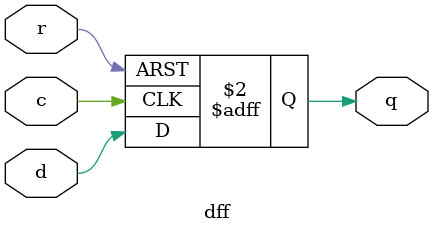
<source format=v>


module dff
  #(  parameter     W = 1 ,  // data width
      parameter     S = 0 )  // Set?
   (  input              c,  // clock
      input              r,  // async reset
      input      [W-1:0] d,  // input
      output reg [W-1:0] q); // output

  always@(posedge c or posedge r)
    if (r)
      if (S) q <= {{(W-1){1'b0}},1'b1};
      else   q <= {W{1'b0}};
    else     q <= d;

endmodule

</source>
